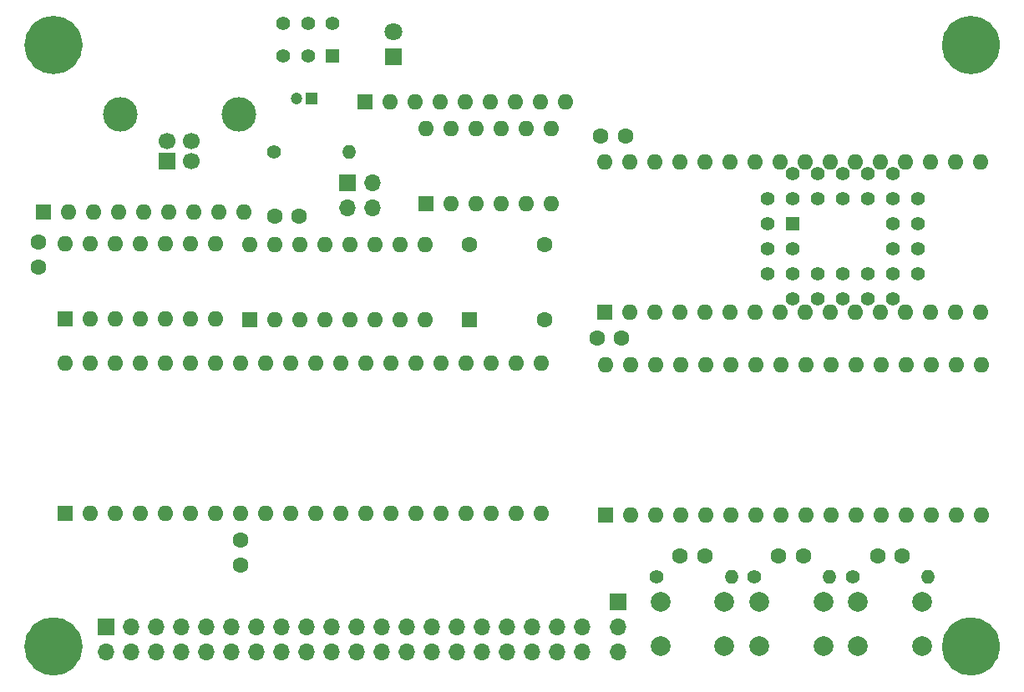
<source format=gbr>
%TF.GenerationSoftware,KiCad,Pcbnew,7.0.6*%
%TF.CreationDate,2023-07-30T11:34:11+01:00*%
%TF.ProjectId,MinFox,4d696e46-6f78-42e6-9b69-6361645f7063,rev?*%
%TF.SameCoordinates,Original*%
%TF.FileFunction,Soldermask,Bot*%
%TF.FilePolarity,Negative*%
%FSLAX46Y46*%
G04 Gerber Fmt 4.6, Leading zero omitted, Abs format (unit mm)*
G04 Created by KiCad (PCBNEW 7.0.6) date 2023-07-30 11:34:11*
%MOMM*%
%LPD*%
G01*
G04 APERTURE LIST*
%ADD10C,2.948682*%
%ADD11C,1.400000*%
%ADD12O,1.400000X1.400000*%
%ADD13R,1.400000X1.400000*%
%ADD14R,1.422400X1.422400*%
%ADD15C,1.422400*%
%ADD16R,1.600000X1.600000*%
%ADD17O,1.600000X1.600000*%
%ADD18C,1.600000*%
%ADD19R,1.700000X1.700000*%
%ADD20O,1.700000X1.700000*%
%ADD21C,3.200000*%
%ADD22C,2.000000*%
%ADD23R,1.800000X1.800000*%
%ADD24C,1.800000*%
%ADD25R,1.200000X1.200000*%
%ADD26C,1.200000*%
%ADD27C,1.700000*%
%ADD28C,3.500000*%
G04 APERTURE END LIST*
D10*
X64974341Y-31500000D02*
G75*
G03*
X64974341Y-31500000I-1474341J0D01*
G01*
X157974341Y-92500000D02*
G75*
G03*
X157974341Y-92500000I-1474341J0D01*
G01*
X64974341Y-92500000D02*
G75*
G03*
X64974341Y-92500000I-1474341J0D01*
G01*
X157974341Y-31500000D02*
G75*
G03*
X157974341Y-31500000I-1474341J0D01*
G01*
D11*
%TO.C,R4*%
X144490000Y-85450000D03*
D12*
X152110000Y-85450000D03*
%TD*%
D11*
%TO.C,R3*%
X134490000Y-85450000D03*
D12*
X142110000Y-85450000D03*
%TD*%
D11*
%TO.C,R2*%
X124590000Y-85450000D03*
D12*
X132210000Y-85450000D03*
%TD*%
D13*
%TO.C,SW1*%
X91810000Y-32600000D03*
D11*
X89310000Y-32600000D03*
X86810000Y-32600000D03*
X91810000Y-29300000D03*
X89310000Y-29300000D03*
X86810000Y-29300000D03*
%TD*%
D14*
%TO.C,U6*%
X138455000Y-49630000D03*
D15*
X135915000Y-52170000D03*
X138455000Y-52170000D03*
X135915000Y-54710000D03*
X138455000Y-57250000D03*
X138455000Y-54710000D03*
X140995000Y-57250000D03*
X140995000Y-54710000D03*
X143535000Y-57250000D03*
X143535000Y-54710000D03*
X146075000Y-57250000D03*
X146075000Y-54710000D03*
X148615000Y-57250000D03*
X151155000Y-54710000D03*
X148615000Y-54710000D03*
X151155000Y-52170000D03*
X148615000Y-52170000D03*
X151155000Y-49630000D03*
X148615000Y-49630000D03*
X151155000Y-47090000D03*
X148615000Y-44550000D03*
X148615000Y-47090000D03*
X146075000Y-44550000D03*
X146075000Y-47090000D03*
X143535000Y-44550000D03*
X143535000Y-47090000D03*
X140995000Y-44550000D03*
X140995000Y-47090000D03*
X138455000Y-44550000D03*
X135915000Y-47090000D03*
X138455000Y-47090000D03*
X135915000Y-49630000D03*
%TD*%
D16*
%TO.C,U1*%
X64690000Y-79000000D03*
D17*
X67230000Y-79000000D03*
X69770000Y-79000000D03*
X72310000Y-79000000D03*
X74850000Y-79000000D03*
X77390000Y-79000000D03*
X79930000Y-79000000D03*
X82470000Y-79000000D03*
X85010000Y-79000000D03*
X87550000Y-79000000D03*
X90090000Y-79000000D03*
X92630000Y-79000000D03*
X95170000Y-79000000D03*
X97710000Y-79000000D03*
X100250000Y-79000000D03*
X102790000Y-79000000D03*
X105330000Y-79000000D03*
X107870000Y-79000000D03*
X110410000Y-79000000D03*
X112950000Y-79000000D03*
X112950000Y-63760000D03*
X110410000Y-63760000D03*
X107870000Y-63760000D03*
X105330000Y-63760000D03*
X102790000Y-63760000D03*
X100250000Y-63760000D03*
X97710000Y-63760000D03*
X95170000Y-63760000D03*
X92630000Y-63760000D03*
X90090000Y-63760000D03*
X87550000Y-63760000D03*
X85010000Y-63760000D03*
X82470000Y-63760000D03*
X79930000Y-63760000D03*
X77390000Y-63760000D03*
X74850000Y-63760000D03*
X72310000Y-63760000D03*
X69770000Y-63760000D03*
X67230000Y-63760000D03*
X64690000Y-63760000D03*
%TD*%
D16*
%TO.C,U2*%
X64655000Y-59300000D03*
D17*
X67195000Y-59300000D03*
X69735000Y-59300000D03*
X72275000Y-59300000D03*
X74815000Y-59300000D03*
X77355000Y-59300000D03*
X79895000Y-59300000D03*
X79895000Y-51680000D03*
X77355000Y-51680000D03*
X74815000Y-51680000D03*
X72275000Y-51680000D03*
X69735000Y-51680000D03*
X67195000Y-51680000D03*
X64655000Y-51680000D03*
%TD*%
D18*
%TO.C,C6*%
X85900000Y-48900000D03*
X88400000Y-48900000D03*
%TD*%
%TO.C,C4*%
X149525000Y-83350000D03*
X147025000Y-83350000D03*
%TD*%
%TO.C,C3*%
X129525000Y-83350000D03*
X127025000Y-83350000D03*
%TD*%
D16*
%TO.C,X1*%
X105650000Y-59380000D03*
D18*
X113270000Y-59380000D03*
X113270000Y-51760000D03*
X105650000Y-51760000D03*
%TD*%
D19*
%TO.C,J3*%
X68810000Y-90500000D03*
D20*
X68810000Y-93040000D03*
X71350000Y-90500000D03*
X71350000Y-93040000D03*
X73890000Y-90500000D03*
X73890000Y-93040000D03*
X76430000Y-90500000D03*
X76430000Y-93040000D03*
X78970000Y-90500000D03*
X78970000Y-93040000D03*
X81510000Y-90500000D03*
X81510000Y-93040000D03*
X84050000Y-90500000D03*
X84050000Y-93040000D03*
X86590000Y-90500000D03*
X86590000Y-93040000D03*
X89130000Y-90500000D03*
X89130000Y-93040000D03*
X91670000Y-90500000D03*
X91670000Y-93040000D03*
X94210000Y-90500000D03*
X94210000Y-93040000D03*
X96750000Y-90500000D03*
X96750000Y-93040000D03*
X99290000Y-90500000D03*
X99290000Y-93040000D03*
X101830000Y-90500000D03*
X101830000Y-93040000D03*
X104370000Y-90500000D03*
X104370000Y-93040000D03*
X106910000Y-90500000D03*
X106910000Y-93040000D03*
X109450000Y-90500000D03*
X109450000Y-93040000D03*
X111990000Y-90500000D03*
X111990000Y-93040000D03*
X114530000Y-90500000D03*
X114530000Y-93040000D03*
X117070000Y-90500000D03*
X117070000Y-93040000D03*
%TD*%
D21*
%TO.C,H2*%
X156500000Y-31500000D03*
%TD*%
D18*
%TO.C,C9*%
X118600000Y-61225000D03*
X121100000Y-61225000D03*
%TD*%
D11*
%TO.C,R1*%
X85810000Y-42310000D03*
D12*
X93430000Y-42310000D03*
%TD*%
D16*
%TO.C,SW5*%
X101300000Y-47620000D03*
D17*
X103840000Y-47620000D03*
X106380000Y-47620000D03*
X108920000Y-47620000D03*
X111460000Y-47620000D03*
X114000000Y-47620000D03*
X114000000Y-40000000D03*
X111460000Y-40000000D03*
X108920000Y-40000000D03*
X106380000Y-40000000D03*
X103840000Y-40000000D03*
X101300000Y-40000000D03*
%TD*%
D18*
%TO.C,C2*%
X139525000Y-83350000D03*
X137025000Y-83350000D03*
%TD*%
%TO.C,C7*%
X62000000Y-51500000D03*
X62000000Y-54000000D03*
%TD*%
D16*
%TO.C,RN2*%
X95040000Y-37260000D03*
D17*
X97580000Y-37260000D03*
X100120000Y-37260000D03*
X102660000Y-37260000D03*
X105200000Y-37260000D03*
X107740000Y-37260000D03*
X110280000Y-37260000D03*
X112820000Y-37260000D03*
X115360000Y-37260000D03*
%TD*%
D22*
%TO.C,SW2*%
X131525000Y-92500000D03*
X125025000Y-92500000D03*
X131525000Y-88000000D03*
X125025000Y-88000000D03*
%TD*%
D23*
%TO.C,D1*%
X97920000Y-32660000D03*
D24*
X97920000Y-30120000D03*
%TD*%
D19*
%TO.C,J4*%
X93270000Y-45480000D03*
D20*
X95810000Y-45480000D03*
X93270000Y-48020000D03*
X95810000Y-48020000D03*
%TD*%
D16*
%TO.C,U3*%
X83380000Y-59340000D03*
D17*
X85920000Y-59340000D03*
X88460000Y-59340000D03*
X91000000Y-59340000D03*
X93540000Y-59340000D03*
X96080000Y-59340000D03*
X98620000Y-59340000D03*
X101160000Y-59340000D03*
X101160000Y-51720000D03*
X98620000Y-51720000D03*
X96080000Y-51720000D03*
X93540000Y-51720000D03*
X91000000Y-51720000D03*
X88460000Y-51720000D03*
X85920000Y-51720000D03*
X83380000Y-51720000D03*
%TD*%
D25*
%TO.C,C1*%
X89662000Y-36900000D03*
D26*
X88162000Y-36900000D03*
%TD*%
D21*
%TO.C,H3*%
X63500000Y-92500000D03*
%TD*%
D16*
%TO.C,U5*%
X119400000Y-58620000D03*
D17*
X121940000Y-58620000D03*
X124480000Y-58620000D03*
X127020000Y-58620000D03*
X129560000Y-58620000D03*
X132100000Y-58620000D03*
X134640000Y-58620000D03*
X137180000Y-58620000D03*
X139720000Y-58620000D03*
X142260000Y-58620000D03*
X144800000Y-58620000D03*
X147340000Y-58620000D03*
X149880000Y-58620000D03*
X152420000Y-58620000D03*
X154960000Y-58620000D03*
X157500000Y-58620000D03*
X157500000Y-43380000D03*
X154960000Y-43380000D03*
X152420000Y-43380000D03*
X149880000Y-43380000D03*
X147340000Y-43380000D03*
X144800000Y-43380000D03*
X142260000Y-43380000D03*
X139720000Y-43380000D03*
X137180000Y-43380000D03*
X134640000Y-43380000D03*
X132100000Y-43380000D03*
X129560000Y-43380000D03*
X127020000Y-43380000D03*
X124480000Y-43380000D03*
X121940000Y-43380000D03*
X119400000Y-43380000D03*
%TD*%
D19*
%TO.C,J2*%
X120750000Y-88000000D03*
D20*
X120750000Y-90540000D03*
X120750000Y-93080000D03*
%TD*%
D19*
%TO.C,J1*%
X75000000Y-43250000D03*
D27*
X77500000Y-43250000D03*
X77500000Y-41250000D03*
X75000000Y-41250000D03*
D28*
X70230000Y-38540000D03*
X82270000Y-38540000D03*
%TD*%
D16*
%TO.C,U4*%
X119430000Y-79142000D03*
D17*
X121970000Y-79142000D03*
X124510000Y-79142000D03*
X127050000Y-79142000D03*
X129590000Y-79142000D03*
X132130000Y-79142000D03*
X134670000Y-79142000D03*
X137210000Y-79142000D03*
X139750000Y-79142000D03*
X142290000Y-79142000D03*
X144830000Y-79142000D03*
X147370000Y-79142000D03*
X149910000Y-79142000D03*
X152450000Y-79142000D03*
X154990000Y-79142000D03*
X157530000Y-79142000D03*
X157530000Y-63902000D03*
X154990000Y-63902000D03*
X152450000Y-63902000D03*
X149910000Y-63902000D03*
X147370000Y-63902000D03*
X144830000Y-63902000D03*
X142290000Y-63902000D03*
X139750000Y-63902000D03*
X137210000Y-63902000D03*
X134670000Y-63902000D03*
X132130000Y-63902000D03*
X129590000Y-63902000D03*
X127050000Y-63902000D03*
X124510000Y-63902000D03*
X121970000Y-63902000D03*
X119430000Y-63902000D03*
%TD*%
D22*
%TO.C,SW3*%
X141525000Y-92500000D03*
X135025000Y-92500000D03*
X141525000Y-88000000D03*
X135025000Y-88000000D03*
%TD*%
%TO.C,SW4*%
X151525000Y-92500000D03*
X145025000Y-92500000D03*
X151525000Y-88000000D03*
X145025000Y-88000000D03*
%TD*%
D16*
%TO.C,RN1*%
X62460000Y-48400000D03*
D17*
X65000000Y-48400000D03*
X67540000Y-48400000D03*
X70080000Y-48400000D03*
X72620000Y-48400000D03*
X75160000Y-48400000D03*
X77700000Y-48400000D03*
X80240000Y-48400000D03*
X82780000Y-48400000D03*
%TD*%
D21*
%TO.C,H1*%
X63500000Y-31500000D03*
%TD*%
%TO.C,H4*%
X156500000Y-92500000D03*
%TD*%
D18*
%TO.C,C8*%
X121460000Y-40740000D03*
X118960000Y-40740000D03*
%TD*%
%TO.C,C5*%
X82500000Y-81750000D03*
X82500000Y-84250000D03*
%TD*%
M02*

</source>
